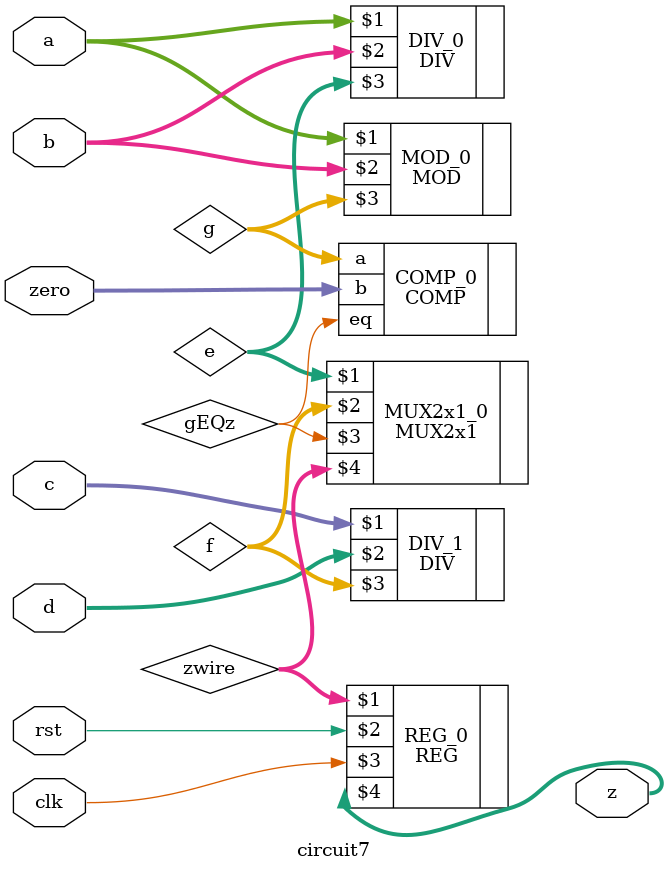
<source format=v>
`timescale 1ns / 1ps


module circuit7(a,b, c, d, zero, rst, clk, z);

input [63:0] a, b, c, d, zero;
input rst, clk;

output [63:0] z;

wire [63:0] e, f, g, zwire;
wire gEQz;

DIV     #(.DATAWIDTH(64))   DIV_0(a, b, e);
DIV     #(.DATAWIDTH(64))   DIV_1(c, d, f);
MOD     #(.DATAWIDTH(64))   MOD_0(a, b, g);
COMP    #(.DATAWIDTH(64))   COMP_0(.a(g), .b(zero), .eq(gEQz));
MUX2x1  #(.DATAWIDTH(64))   MUX2x1_0(e, f, gEQz, zwire);
REG     #(.DATAWIDTH(64))   REG_0(zwire, rst, clk, z);

//e = a / b
//f = c / d
//g = a % b  
//gEQz = g == zero
//zwire = gEQz ? e : f 
//z = zwire
endmodule

</source>
